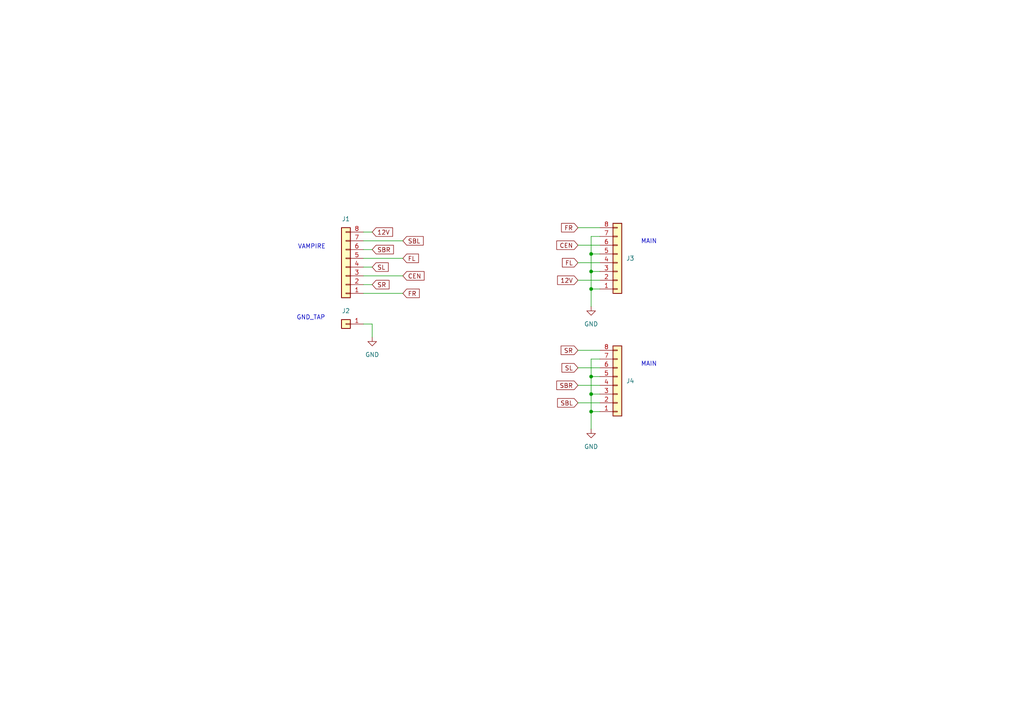
<source format=kicad_sch>
(kicad_sch (version 20231120) (generator "eeschema") (generator_version "8.0")
  (paper "A4")
  (lib_symbols
    (symbol "Connector_Generic:Conn_01x01" (pin_names (offset 1.016) hide)
      (property "Reference" "J" (at 0 2.54 0))
      (property "Value" "Conn_01x01" (at 0 -2.54 0))
      (symbol "Conn_01x01_1_1"
        (rectangle (start -1.27 0.127) (end 0 -0.127) (stroke (width 0.1524)))
        (rectangle (start -1.27 1.27) (end 1.27 -1.27) (stroke (width 0.254)) (fill (type background)))
        (pin passive line (at -5.08 0 0) (length 3.81) (name "Pin_1") (number "1"))
      )
    )
    (symbol "Connector_Generic:Conn_01x08" (pin_names (offset 1.016) hide)
      (property "Reference" "J" (at 0 10.16 0))
      (property "Value" "Conn_01x08" (at 0 -12.7 0))
      (symbol "Conn_01x08_1_1"
        (rectangle (start -1.27 -10.033) (end 0 -10.287) (stroke (width 0.1524)))
        (rectangle (start -1.27 -7.493) (end 0 -7.747) (stroke (width 0.1524)))
        (rectangle (start -1.27 -4.953) (end 0 -5.207) (stroke (width 0.1524)))
        (rectangle (start -1.27 -2.413) (end 0 -2.667) (stroke (width 0.1524)))
        (rectangle (start -1.27 0.127) (end 0 -0.127) (stroke (width 0.1524)))
        (rectangle (start -1.27 2.667) (end 0 2.413) (stroke (width 0.1524)))
        (rectangle (start -1.27 5.207) (end 0 4.953) (stroke (width 0.1524)))
        (rectangle (start -1.27 7.747) (end 0 7.493) (stroke (width 0.1524)))
        (rectangle (start -1.27 8.89) (end 1.27 -11.43) (stroke (width 0.254)) (fill (type background)))
        (pin passive line (at -5.08 7.62 0) (length 3.81) (name "Pin_1") (number "1"))
        (pin passive line (at -5.08 5.08 0) (length 3.81) (name "Pin_2") (number "2"))
        (pin passive line (at -5.08 2.54 0) (length 3.81) (name "Pin_3") (number "3"))
        (pin passive line (at -5.08 0 0) (length 3.81) (name "Pin_4") (number "4"))
        (pin passive line (at -5.08 -2.54 0) (length 3.81) (name "Pin_5") (number "5"))
        (pin passive line (at -5.08 -5.08 0) (length 3.81) (name "Pin_6") (number "6"))
        (pin passive line (at -5.08 -7.62 0) (length 3.81) (name "Pin_7") (number "7"))
        (pin passive line (at -5.08 -10.16 0) (length 3.81) (name "Pin_8") (number "8"))
      )
    )
    (symbol "power:GND" (power) (pin_numbers hide) (pin_names (offset 0) hide)
      (property "Value" "GND" (at 0 -3.81 0))
      (symbol "GND_0_1"
        (polyline (pts (xy 0 0) (xy 0 -1.27) (xy 1.27 -1.27) (xy 0 -2.54) (xy -1.27 -1.27) (xy 0 -1.27)))
      )
      (symbol "GND_1_1"
        (pin power_in line (at 0 0 270) (length 0) (name "~") (number "1"))
      )
    )
  )
  (junction (at 171.45 114.3))
  (junction (at 171.45 73.66))
  (junction (at 171.45 83.82))
  (junction (at 171.45 119.38))
  (junction (at 171.45 78.74))
  (junction (at 171.45 109.22))
  (wire (pts (xy 107.95 67.31) (xy 105.41 67.31)))
  (wire (pts (xy 167.64 116.84) (xy 173.99 116.84)))
  (wire (pts (xy 105.41 93.98) (xy 107.95 93.98)))
  (wire (pts (xy 105.41 69.85) (xy 116.84 69.85)))
  (wire (pts (xy 171.45 73.66) (xy 173.99 73.66)))
  (wire (pts (xy 171.45 119.38) (xy 173.99 119.38)))
  (wire (pts (xy 105.41 80.01) (xy 116.84 80.01)))
  (wire (pts (xy 105.41 72.39) (xy 107.95 72.39)))
  (wire (pts (xy 105.41 77.47) (xy 107.95 77.47)))
  (wire (pts (xy 171.45 83.82) (xy 171.45 88.9)))
  (wire (pts (xy 105.41 82.55) (xy 107.95 82.55)))
  (wire (pts (xy 167.64 71.12) (xy 173.99 71.12)))
  (wire (pts (xy 171.45 109.22) (xy 173.99 109.22)))
  (wire (pts (xy 105.41 74.93) (xy 116.84 74.93)))
  (wire (pts (xy 171.45 114.3) (xy 173.99 114.3)))
  (wire (pts (xy 167.64 106.68) (xy 173.99 106.68)))
  (wire (pts (xy 171.45 83.82) (xy 173.99 83.82)))
  (wire (pts (xy 171.45 109.22) (xy 171.45 104.14)))
  (wire (pts (xy 171.45 78.74) (xy 173.99 78.74)))
  (wire (pts (xy 167.64 111.76) (xy 173.99 111.76)))
  (wire (pts (xy 171.45 78.74) (xy 171.45 73.66)))
  (wire (pts (xy 171.45 114.3) (xy 171.45 109.22)))
  (wire (pts (xy 171.45 73.66) (xy 171.45 68.58)))
  (wire (pts (xy 167.64 81.28) (xy 173.99 81.28)))
  (wire (pts (xy 167.64 76.2) (xy 173.99 76.2)))
  (wire (pts (xy 167.64 101.6) (xy 173.99 101.6)))
  (wire (pts (xy 171.45 78.74) (xy 171.45 83.82)))
  (wire (pts (xy 171.45 119.38) (xy 171.45 124.46)))
  (wire (pts (xy 171.45 68.58) (xy 173.99 68.58)))
  (wire (pts (xy 171.45 114.3) (xy 171.45 119.38)))
  (wire (pts (xy 107.95 93.98) (xy 107.95 97.79)))
  (wire (pts (xy 167.64 66.04) (xy 173.99 66.04)))
  (wire (pts (xy 105.41 85.09) (xy 116.84 85.09)))
  (wire (pts (xy 171.45 104.14) (xy 173.99 104.14)))
  (text "GND_TAP\n" (at 90.17 92.202 0) (effects (font (size 1.27 1.27))))
  (text "MAIN" (at 188.214 70.104 0) (effects (font (size 1.27 1.27))))
  (text "VAMPIRE" (at 90.424 71.628 0) (effects (font (size 1.27 1.27))))
  (text "MAIN" (at 188.214 105.664 0) (effects (font (size 1.27 1.27))))
  (global_label "SBR" (shape input) (at 107.95 72.39 0) (property "Intersheetrefs" "${INTERSHEET_REFS}" (effects (hide yes))))
  (global_label "SR" (shape input) (at 167.64 101.6 180) (property "Intersheetrefs" "${INTERSHEET_REFS}" (effects (hide yes))))
  (global_label "FL" (shape input) (at 167.64 76.2 180) (property "Intersheetrefs" "${INTERSHEET_REFS}" (effects (hide yes))))
  (global_label "SR" (shape input) (at 107.95 82.55 0) (property "Intersheetrefs" "${INTERSHEET_REFS}" (effects (hide yes))))
  (global_label "FR" (shape input) (at 167.64 66.04 180) (property "Intersheetrefs" "${INTERSHEET_REFS}" (effects (hide yes))))
  (global_label "12V" (shape input) (at 167.64 81.28 180) (property "Intersheetrefs" "${INTERSHEET_REFS}" (effects (hide yes))))
  (global_label "12V" (shape input) (at 107.95 67.31 0) (property "Intersheetrefs" "${INTERSHEET_REFS}" (effects (hide yes))))
  (global_label "FL" (shape input) (at 116.84 74.93 0) (property "Intersheetrefs" "${INTERSHEET_REFS}" (effects (hide yes))))
  (global_label "SL" (shape input) (at 107.95 77.47 0) (property "Intersheetrefs" "${INTERSHEET_REFS}" (effects (hide yes))))
  (global_label "SBL" (shape input) (at 167.64 116.84 180) (property "Intersheetrefs" "${INTERSHEET_REFS}" (effects (hide yes))))
  (global_label "CEN" (shape input) (at 116.84 80.01 0) (property "Intersheetrefs" "${INTERSHEET_REFS}" (effects (hide yes))))
  (global_label "SL" (shape input) (at 167.64 106.68 180) (property "Intersheetrefs" "${INTERSHEET_REFS}" (effects (hide yes))))
  (global_label "CEN" (shape input) (at 167.64 71.12 180) (property "Intersheetrefs" "${INTERSHEET_REFS}" (effects (hide yes))))
  (global_label "FR" (shape input) (at 116.84 85.09 0) (property "Intersheetrefs" "${INTERSHEET_REFS}" (effects (hide yes))))
  (global_label "SBR" (shape input) (at 167.64 111.76 180) (property "Intersheetrefs" "${INTERSHEET_REFS}" (effects (hide yes))))
  (global_label "SBL" (shape input) (at 116.84 69.85 0) (property "Intersheetrefs" "${INTERSHEET_REFS}" (effects (hide yes))))
  (symbol (lib_id "power:GND") (at 107.95 97.79 0) (unit 1)
    (property "Reference" "#PWR01" (effects (hide yes)))
    (property "Value" "GND" (at 107.95 102.87 0))
    (property "Description" "Power symbol creates a global label with name \"GND\" , ground" (effects (hide yes)))
  )
  (symbol (lib_id "Connector_Generic:Conn_01x01") (at 100.33 93.98 180) (unit 1)
    (property "Reference" "J2" (at 100.33 90.17 0))
    (property "Value" "GND_PAD" (effects (hide yes)))
    (property "Footprint" "TestPoint:TestPoint_Pad_4.0x4.0mm" (effects (hide yes)))
    (property "Description" "Generic connector, single row, 01x01, script generated (kicad-library-utils/schlib/autogen/connector/)" (effects (hide yes)))
  )
  (symbol (lib_id "power:GND") (at 171.45 88.9 0) (unit 1)
    (property "Reference" "#PWR02" (effects (hide yes)))
    (property "Value" "GND" (at 171.45 93.98 0))
    (property "Description" "Power symbol creates a global label with name \"GND\" , ground" (effects (hide yes)))
  )
  (symbol (lib_id "power:GND") (at 171.45 124.46 0) (unit 1)
    (property "Reference" "#PWR03" (effects (hide yes)))
    (property "Value" "GND" (at 171.45 129.54 0))
    (property "Description" "Power symbol creates a global label with name \"GND\" , ground" (effects (hide yes)))
  )
  (symbol (lib_id "Connector_Generic:Conn_01x08") (at 100.33 77.47 180) (unit 1)
    (property "Reference" "J1" (at 100.33 63.5 0))
    (property "Value" "VAMPIRE_EDGE" (effects (hide yes)))
    (property "Footprint" "Connector_PinSocket_2.54mm:PinSocket_1x08_P2.54mm_Vertical" (effects (hide yes)))
    (property "Description" "Generic connector, single row, 01x08, script generated (kicad-library-utils/schlib/autogen/connector/)" (effects (hide yes)))
  )
  (symbol (lib_id "Connector_Generic:Conn_01x08") (at 179.07 76.2 0) (mirror x) (unit 1)
    (property "Reference" "J3" (at 181.61 74.9301 0) (effects (justify left)))
    (property "Value" "Conn_01x08" (effects (hide yes)))
    (property "Footprint" "Connector_JST:JST_PH_B8B-PH-K_1x08_P2.00mm_Vertical" (effects (hide yes)))
    (property "Description" "Generic connector, single row, 01x08, script generated (kicad-library-utils/schlib/autogen/connector/)" (effects (hide yes)))
  )
  (symbol (lib_id "Connector_Generic:Conn_01x08") (at 179.07 111.76 0) (mirror x) (unit 1)
    (property "Reference" "J4" (at 181.61 110.4901 0) (effects (justify left)))
    (property "Value" "Conn_01x08" (effects (hide yes)))
    (property "Footprint" "Connector_JST:JST_PH_B8B-PH-K_1x08_P2.00mm_Vertical" (effects (hide yes)))
    (property "Description" "Generic connector, single row, 01x08, script generated (kicad-library-utils/schlib/autogen/connector/)" (effects (hide yes)))
  )
)
</source>
